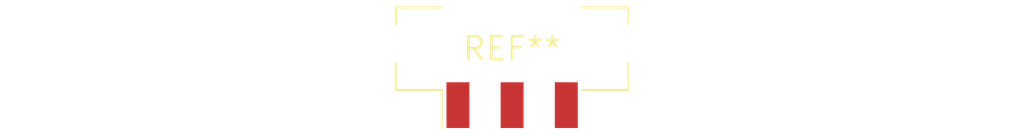
<source format=kicad_pcb>
(kicad_pcb (version 20240108) (generator pcbnew)
  (layers (0 "F.Cu" signal) (31 "B.Cu" signal) (34 "B.Paste" user) (35 "F.Paste" user) (36 "B.SilkS" user "B.Silkscreen") (37 "F.SilkS" user "F.Silkscreen") (38 "B.Mask" user) (39 "F.Mask" user) (44 "Edge.Cuts" user))
  (net 0 "")
  (footprint "Molex_Micro-Fit_3.0_43650-0321_1x03_P3.00mm_Vertical" (layer "F.Cu") (at 0 0)
    (property "Reference" "REF**")
    (property "Value" "Molex_Micro-Fit_3.0_43650-0321_1x03_P3.00mm_Vertical")
    (fp_line (start -6.435 -2.295) (end -5.015 -2.295) (layer "F.SilkS") (stroke (width 0.12)))
    (fp_line (start -6.435 -1.37) (end -6.435 -2.295) (layer "F.SilkS") (stroke (width 0.12)))
    (fp_line (start -6.435 0.8) (end -6.435 2.295) (layer "F.SilkS") (stroke (width 0.12)))
    (fp_line (start -6.435 2.295) (end -3.895 2.295) (layer "F.SilkS") (stroke (width 0.12)))
    (fp_line (start -5.015 -2.295) (end -5.015 -2.295) (layer "F.SilkS") (stroke (width 0.12)))
    (fp_line (start -5.015 -2.295) (end -3.895 -2.295) (layer "F.SilkS") (stroke (width 0.12)))
    (fp_line (start -3.895 2.295) (end -3.895 4.405) (layer "F.SilkS") (stroke (width 0.12)))
    (fp_line (start 5.015 -2.295) (end 3.895 -2.295) (layer "F.SilkS") (stroke (width 0.12)))
    (fp_line (start 5.015 -2.295) (end 5.015 -2.295) (layer "F.SilkS") (stroke (width 0.12)))
    (fp_line (start 6.435 -2.295) (end 5.015 -2.295) (layer "F.SilkS") (stroke (width 0.12)))
    (fp_line (start 6.435 -1.37) (end 6.435 -2.295) (layer "F.SilkS") (stroke (width 0.12)))
    (fp_line (start 6.435 0.8) (end 6.435 2.295) (layer "F.SilkS") (stroke (width 0.12)))
    (fp_line (start 6.435 2.295) (end 3.895 2.295) (layer "F.SilkS") (stroke (width 0.12)))
    (pad "" np_thru_hole circle (at -5.15 -0.285) (size 2.41 2.41) (drill 2.41) (layers *.Cu *.Mask))
    (pad "" np_thru_hole circle (at 5.15 -0.285) (size 2.41 2.41) (drill 2.41) (layers *.Cu *.Mask))
    (pad "1" smd rect (at -3 3.135) (size 1.27 2.54) (layers "F.Cu" "F.Paste" "F.Mask"))
    (pad "2" smd rect (at 0 3.135) (size 1.27 2.54) (layers "F.Cu" "F.Paste" "F.Mask"))
    (pad "3" smd rect (at 3 3.135) (size 1.27 2.54) (layers "F.Cu" "F.Paste" "F.Mask"))
  )
)
</source>
